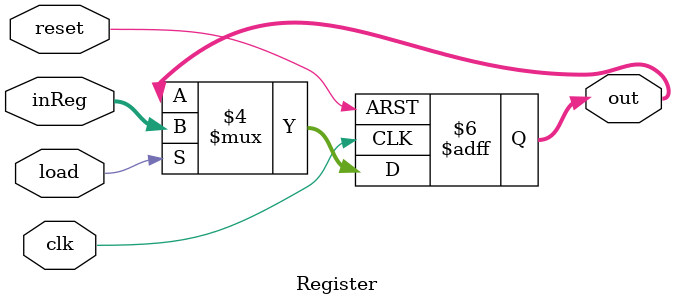
<source format=v>
module Register(inReg, load, clk, reset, out);

//parameter N = 31;

input [31:0] inReg;
input load;
input clk;
input reset;

output reg [31:0] out;

always @(posedge clk or posedge reset)

if(reset == 1)
out <= 32'b0;
else if(load == 1)
out <= inReg;
	
endmodule 


/*
if(reset) 
	begin
	out <= 32b'0;
	end

else if(load)
	begin
	out <= inReg;
	end
*/
	

</source>
